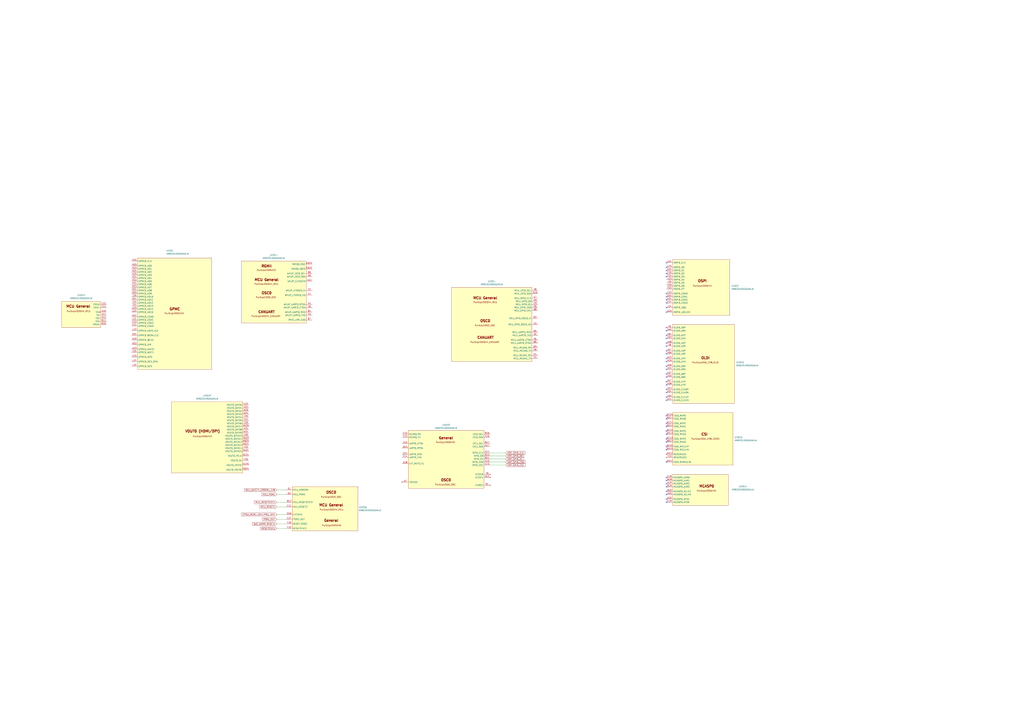
<source format=kicad_sch>
(kicad_sch (version 20250114) (generator "eeschema") (generator_version "9.0")
  (paper "A1")
  (lib_symbols
    (symbol "SoftServicesSymbolLibrary:AM6231ASGGGAALW"
      (property "Reference" "U" (at -3.302 72.644 0))
      (property "Value" "AM6231ASGGGAALW" (at -3.048 70.104 0))
      (symbol "AM6231ASGGGAALW_1_1"
        (rectangle (start -25.4 50.292) (end 30.48 -59.69) (fill (type background)))
        (text "Analog and Digital\nPower" (at 2.794 13.97 0) (effects (font (size 2.032 2.032) (thickness 0.4064) (bold yes))))
        (pin power_in line (at -30.48 46.99 0) (length 5.08) (name "VDD_CORE") (number "H8"))
        (pin power_in line (at -30.48 44.45 0) (length 5.08) (name "VDD_CORE") (number "J11"))
        (pin power_in line (at -30.48 41.91 0) (length 5.08) (name "VDD_CORE") (number "J14"))
        (pin power_in line (at -30.48 39.37 0) (length 5.08) (name "VDD_CORE") (number "K17"))
        (pin power_in line (at -30.48 36.83 0) (length 5.08) (name "VDD_CORE") (number "L12"))
        (pin power_in line (at -30.48 34.29 0) (length 5.08) (name "VDD_CORE") (number "L15"))
        (pin power_in line (at -30.48 31.75 0) (length 5.08) (name "VDD_CORE") (number "M16"))
        (pin power_in line (at -30.48 29.21 0) (length 5.08) (name "VDD_CORE") (number "N8"))
        (pin power_in line (at -30.48 26.67 0) (length 5.08) (name "VDD_CORE") (number "N11"))
        (pin power_in line (at -30.48 24.13 0) (length 5.08) (name "VDD_CORE") (number "N13"))
        (pin power_in line (at -30.48 21.59 0) (length 5.08) (name "VDD_CORE") (number "P17"))
        (pin power_in line (at -30.48 19.05 0) (length 5.08) (name "VDD_CORE") (number "R11"))
        (pin power_in line (at -30.48 16.51 0) (length 5.08) (name "VDD_CORE") (number "R14"))
        (pin power_in line (at -30.48 13.97 0) (length 5.08) (name "VDD_CORE") (number "U12"))
        (pin power_in line (at -30.48 11.43 0) (length 5.08) (name "VDD_CORE") (number "V8"))
        (pin power_in line (at -30.48 8.89 0) (length 5.08) (name "VDD_CORE") (number "V15"))
        (pin power_in line (at -30.48 6.35 0) (length 5.08) (name "VDD_CORE") (number "V17"))
        (pin power_in line (at -30.48 2.54 0) (length 5.08) (name "VDDR_CORE") (number "K16"))
        (pin power_in line (at -30.48 0 0) (length 5.08) (name "VDDR_CORE") (number "N12"))
        (pin power_in line (at -30.48 -2.54 0) (length 5.08) (name "VDDR_CORE") (number "N14"))
        (pin power_in line (at -30.48 -5.08 0) (length 5.08) (name "VDDR_CORE") (number "P16"))
        (pin power_in line (at -30.48 -7.62 0) (length 5.08) (name "VDDR_CORE") (number "R12"))
        (pin power_in line (at -30.48 -10.16 0) (length 5.08) (name "VDDR_CORE") (number "T10"))
        (pin power_in line (at -30.48 -12.7 0) (length 5.08) (name "VDDR_CORE") (number "U14"))
        (pin power_in line (at -30.48 -15.24 0) (length 5.08) (name "VDDR_CORE") (number "J12"))
        (pin power_in line (at -30.48 -19.05 0) (length 5.08) (name "VDDS_DDR") (number "K9"))
        (pin power_in line (at -30.48 -21.59 0) (length 5.08) (name "VDDS_DDR") (number "L8"))
        (pin power_in line (at -30.48 -24.13 0) (length 5.08) (name "VDDS_DDR") (number "P9"))
        (pin power_in line (at -30.48 -26.67 0) (length 5.08) (name "VDDS_DDR") (number "R8"))
        (pin power_in line (at -30.48 -30.48 0) (length 5.08) (name "VDDS_OSC0") (number "G7"))
        (pin power_in line (at -30.48 -34.29 0) (length 5.08) (name "VDDS_DDR_C") (number "M9"))
        (pin power_in line (at -30.48 -38.1 0) (length 5.08) (name "VDD_CANUART") (number "F8"))
        (pin power_in line (at -30.48 -41.91 0) (length 5.08) (name "VMON_1P8_SOC") (number "G10"))
        (pin power_in line (at -30.48 -45.72 0) (length 5.08) (name "VMON_3P3_SOC") (number "K10"))
        (pin power_in line (at -30.48 -49.53 0) (length 5.08) (name "VMON_ER_VSYS") (number "H10"))
        (pin power_in line (at -30.48 -53.34 0) (length 5.08) (name "VPP") (number "J8"))
        (pin power_in line (at -30.48 -57.15 0) (length 5.08) (name "TEMP_DIODE_P") (number "E7"))
        (pin power_in line (at 35.56 46.99 180) (length 5.08) (name "VDDSHV0") (number "F15"))
        (pin power_in line (at 35.56 44.45 180) (length 5.08) (name "VDDSHV0") (number "G14"))
        (pin power_in line (at 35.56 40.64 180) (length 5.08) (name "VDDSHV1") (number "L18"))
        (pin power_in line (at 35.56 38.1 180) (length 5.08) (name "VDDSHV1") (number "M19"))
        (pin power_in line (at 35.56 34.29 180) (length 5.08) (name "VDDSHV2") (number "W16"))
        (pin power_in line (at 35.56 31.75 180) (length 5.08) (name "VDDSHV2") (number "W19"))
        (pin power_in line (at 35.56 27.94 180) (length 5.08) (name "VDDSHV3") (number "N18"))
        (pin power_in line (at 35.56 25.4 180) (length 5.08) (name "VDDSHV3") (number "P18"))
        (pin power_in line (at 35.56 22.86 180) (length 5.08) (name "VDDSHV3") (number "T19"))
        (pin power_in line (at 35.56 20.32 180) (length 5.08) (name "VDDSHV3") (number "U18"))
        (pin power_in line (at 35.56 16.51 180) (length 5.08) (name "VDDSHV4") (number "T7"))
        (pin power_in line (at 35.56 12.7 180) (length 5.08) (name "VDDSHV5") (number "G17"))
        (pin power_in line (at 35.56 8.89 180) (length 5.08) (name "VDDSHV6") (number "J18"))
        (pin power_in line (at 35.56 5.08 180) (length 5.08) (name "VDDSHV_MCU") (number "F11"))
        (pin power_in line (at 35.56 2.54 180) (length 5.08) (name "VDDSHV_MCU") (number "G12"))
        (pin power_in line (at 35.56 -1.27 180) (length 5.08) (name "VDDSHV_CANUART") (number "H9"))
        (pin power_in line (at 35.56 -5.08 180) (length 5.08) (name "VDDA_TEMP0") (number "T9"))
        (pin power_in line (at 35.56 -7.62 180) (length 5.08) (name "VDDA_TEMP1") (number "G16"))
        (pin power_in line (at 35.56 -11.43 180) (length 5.08) (name "VDDA_PLL0") (number "U11"))
        (pin power_in line (at 35.56 -13.97 180) (length 5.08) (name "VDDA_PLL1") (number "U15"))
        (pin power_in line (at 35.56 -16.51 180) (length 5.08) (name "VDDA_PLL2") (number "L14"))
        (pin power_in line (at 35.56 -20.32 180) (length 5.08) (name "VDDA_MCU") (number "L11"))
        (pin power_in line (at 35.56 -24.13 180) (length 5.08) (name "VDDA_1P8_OLDI0") (number "W9"))
        (pin power_in line (at 35.56 -26.67 180) (length 5.08) (name "VDDA_1P8_OLDI0") (number "W10"))
        (pin power_in line (at 35.56 -30.48 180) (length 5.08) (name "VDDA_CORE_USB") (number "W12"))
        (pin power_in line (at 35.56 -34.29 180) (length 5.08) (name "VDDA_CORE_CSIRX0") (number "W13"))
        (pin power_in line (at 35.56 -38.1 180) (length 5.08) (name "VDDA_1P8_CSIRX0") (number "W14"))
        (pin power_in line (at 35.56 -41.91 180) (length 5.08) (name "VDDA_1P8_USB") (number "Y11"))
        (pin power_in line (at 35.56 -45.72 180) (length 5.08) (name "VDDA_3P3_USB") (number "Y13"))
      )
      (symbol "AM6231ASGGGAALW_2_1"
        (rectangle (start -19.05 13.97) (end 19.05 -15.24) (fill (type background)))
        (text "Power Caps" (at 4.064 3.302 0) (effects (font (size 2.032 2.032) (thickness 0.4064) (bold yes))))
        (pin power_in line (at -24.13 10.16 0) (length 5.08) (name "CAP_VDDS0") (number "H15"))
        (pin power_in line (at -24.13 7.62 0) (length 5.08) (name "CAP_VDDS1") (number "K18"))
        (pin power_in line (at -24.13 5.08 0) (length 5.08) (name "CAP_VDDS2") (number "W17"))
        (pin power_in line (at -24.13 2.54 0) (length 5.08) (name "CAP_VDDS3") (number "P19"))
        (pin power_in line (at -24.13 0 0) (length 5.08) (name "CAP_VDDS4") (number "U7"))
        (pin power_in line (at -24.13 -2.54 0) (length 5.08) (name "CAP_VDDS5") (number "H17"))
        (pin power_in line (at -24.13 -5.08 0) (length 5.08) (name "CAP_VDDS6") (number "J19"))
        (pin power_in line (at -24.13 -8.89 0) (length 5.08) (name "CAP_VDDS_MCU") (number "H11"))
        (pin power_in line (at -24.13 -12.7 0) (length 5.08) (name "CAP_VDDS_CANUART") (number "G9"))
      )
      (symbol "AM6231ASGGGAALW_3_1"
        (rectangle (start -24.13 40.64) (end 24.13 -40.64) (fill (type background)))
        (text "Ground" (at -0.254 0.254 0) (effects (font (size 2.032 2.032) (thickness 0.4064) (bold yes))))
        (pin power_in line (at -29.21 38.1 0) (length 5.08) (name "VSS") (number "A1"))
        (pin power_in line (at -29.21 35.56 0) (length 5.08) (name "VSS") (number "A24"))
        (pin power_in line (at -29.21 33.02 0) (length 5.08) (name "VSS") (number "A25"))
        (pin power_in line (at -29.21 30.48 0) (length 5.08) (name "VSS") (number "B25"))
        (pin power_in line (at -29.21 27.94 0) (length 5.08) (name "VSS") (number "F13"))
        (pin power_in line (at -29.21 25.4 0) (length 5.08) (name "VSS") (number "G13"))
        (pin power_in line (at -29.21 22.86 0) (length 5.08) (name "VSS") (number "G19"))
        (pin power_in line (at -29.21 20.32 0) (length 5.08) (name "VSS") (number "H13"))
        (pin power_in line (at -29.21 17.78 0) (length 5.08) (name "VSS") (number "H16"))
        (pin power_in line (at -29.21 15.24 0) (length 5.08) (name "VSS") (number "H18"))
        (pin power_in line (at -29.21 12.7 0) (length 5.08) (name "VSS") (number "H20"))
        (pin power_in line (at -29.21 10.16 0) (length 5.08) (name "VSS") (number "J7"))
        (pin power_in line (at -29.21 7.62 0) (length 5.08) (name "VSS") (number "J13"))
        (pin power_in line (at -29.21 5.08 0) (length 5.08) (name "VSS") (number "K7"))
        (pin power_in line (at -29.21 2.54 0) (length 5.08) (name "VSS") (number "K13"))
        (pin power_in line (at -29.21 0 0) (length 5.08) (name "VSS") (number "K15"))
        (pin power_in line (at -29.21 -2.54 0) (length 5.08) (name "VSS") (number "K19"))
        (pin power_in line (at -29.21 -5.08 0) (length 5.08) (name "VSS") (number "L20"))
        (pin power_in line (at -29.21 -7.62 0) (length 5.08) (name "VSS") (number "M7"))
        (pin power_in line (at -29.21 -10.16 0) (length 5.08) (name "VSS") (number "M8"))
        (pin power_in line (at -29.21 -12.7 0) (length 5.08) (name "VSS") (number "M10"))
        (pin power_in line (at -29.21 -15.24 0) (length 5.08) (name "VSS") (number "M12"))
        (pin power_in line (at -29.21 -17.78 0) (length 5.08) (name "VSS") (number "M13"))
        (pin power_in line (at -29.21 -20.32 0) (length 5.08) (name "VSS") (number "M17"))
        (pin power_in line (at -29.21 -22.86 0) (length 5.08) (name "VSS") (number "M18"))
        (pin power_in line (at -29.21 -25.4 0) (length 5.08) (name "VSS") (number "N15"))
        (pin power_in line (at -29.21 -27.94 0) (length 5.08) (name "VSS") (number "P7"))
        (pin power_in line (at -29.21 -30.48 0) (length 5.08) (name "VSS") (number "P10"))
        (pin power_in line (at -29.21 -33.02 0) (length 5.08) (name "VSS") (number "P13"))
        (pin power_in line (at -29.21 -35.56 0) (length 5.08) (name "VSS") (number "R13"))
        (pin power_in line (at -29.21 -38.1 0) (length 5.08) (name "VSS") (number "R15"))
        (pin power_in line (at 29.21 38.1 180) (length 5.08) (name "VSS") (number "R18"))
        (pin power_in line (at 29.21 35.56 180) (length 5.08) (name "VSS") (number "R20"))
        (pin power_in line (at 29.21 33.02 180) (length 5.08) (name "VSS") (number "T8"))
        (pin power_in line (at 29.21 30.48 180) (length 5.08) (name "VSS") (number "T13"))
        (pin power_in line (at 29.21 27.94 180) (length 5.08) (name "VSS") (number "T14"))
        (pin power_in line (at 29.21 25.4 180) (length 5.08) (name "VSS") (number "T16"))
        (pin power_in line (at 29.21 22.86 180) (length 5.08) (name "VSS") (number "T17"))
        (pin power_in line (at 29.21 20.32 180) (length 5.08) (name "VSS") (number "T18"))
        (pin power_in line (at 29.21 17.78 180) (length 5.08) (name "VSS") (number "U8"))
        (pin power_in line (at 29.21 15.24 180) (length 5.08) (name "VSS") (number "U19"))
        (pin power_in line (at 29.21 12.7 180) (length 5.08) (name "VSS") (number "V9"))
        (pin power_in line (at 29.21 10.16 180) (length 5.08) (name "VSS") (number "V10"))
        (pin power_in line (at 29.21 7.62 180) (length 5.08) (name "VSS") (number "V11"))
        (pin power_in line (at 29.21 5.08 180) (length 5.08) (name "VSS") (number "V13"))
        (pin power_in line (at 29.21 2.54 180) (length 5.08) (name "VSS") (number "V16"))
        (pin power_in line (at 29.21 0 180) (length 5.08) (name "VSS") (number "V18"))
        (pin power_in line (at 29.21 -2.54 180) (length 5.08) (name "VSS") (number "W7"))
        (pin power_in line (at 29.21 -5.08 180) (length 5.08) (name "VSS") (number "Y2"))
        (pin power_in line (at 29.21 -7.62 180) (length 5.08) (name "VSS") (number "AA11"))
        (pin power_in line (at 29.21 -10.16 180) (length 5.08) (name "VSS") (number "AB9"))
        (pin power_in line (at 29.21 -12.7 180) (length 5.08) (name "VSS") (number "AD1"))
        (pin power_in line (at 29.21 -15.24 180) (length 5.08) (name "VSS") (number "AD9"))
        (pin power_in line (at 29.21 -17.78 180) (length 5.08) (name "VSS") (number "AD12"))
        (pin power_in line (at 29.21 -20.32 180) (length 5.08) (name "VSS") (number "AD16"))
        (pin power_in line (at 29.21 -22.86 180) (length 5.08) (name "VSS") (number "AD25"))
        (pin power_in line (at 29.21 -25.4 180) (length 5.08) (name "VSS") (number "AE1"))
        (pin power_in line (at 29.21 -27.94 180) (length 5.08) (name "VSS") (number "AE8"))
        (pin power_in line (at 29.21 -30.48 180) (length 5.08) (name "VSS") (number "AE12"))
        (pin power_in line (at 29.21 -33.02 180) (length 5.08) (name "VSS") (number "AE16"))
        (pin power_in line (at 29.21 -35.56 180) (length 5.08) (name "VSS") (number "AE24"))
        (pin power_in line (at 29.21 -38.1 180) (length 5.08) (name "VSS") (number "AE25"))
      )
      (symbol "AM6231ASGGGAALW_4_1"
        (rectangle (start -36.83 58.42) (end 36.83 -59.69) (fill (type background)))
        (text "PwrGrp:VDDS_DDR,\n	   VDDS_DDR_C" (at -10.16 -0.254 0) (effects (font (size 1.27 1.27)) (justify left)))
        (text "DDR Interface" (at -0.762 5.334 0) (effects (font (size 2.032 2.032) (thickness 0.4064) (bold yes))))
        (pin bidirectional line (at -41.91 55.88 0) (length 5.08) (name "DDR0_DQ0") (number "F4"))
        (pin bidirectional line (at -41.91 53.34 0) (length 5.08) (name "DDR0_DQ1") (number "G5"))
        (pin bidirectional line (at -41.91 50.8 0) (length 5.08) (name "DDR0_DQ2") (number "F3"))
        (pin bidirectional line (at -41.91 48.26 0) (length 5.08) (name "DDR0_DQ3") (number "H6"))
        (pin bidirectional line (at -41.91 45.72 0) (length 5.08) (name "DDR0_DQ4") (number "E3"))
        (pin bidirectional line (at -41.91 43.18 0) (length 5.08) (name "DDR0_DQ5") (number "G2"))
        (pin bidirectional line (at -41.91 40.64 0) (length 5.08) (name "DDR0_DQ6") (number "F2"))
        (pin bidirectional line (at -41.91 38.1 0) (length 5.08) (name "DDR0_DQ7") (number "F1"))
        (pin bidirectional line (at -41.91 35.56 0) (length 5.08) (name "DDR0_DQ8") (number "U1"))
        (pin bidirectional line (at -41.91 33.02 0) (length 5.08) (name "DDR0_DQ9") (number "U3"))
        (pin bidirectional line (at -41.91 30.48 0) (length 5.08) (name "DDR0_DQ10") (number "U2"))
        (pin bidirectional line (at -41.91 27.94 0) (length 5.08) (name "DDR0_DQ11") (number "V5"))
        (pin bidirectional line (at -41.91 25.4 0) (length 5.08) (name "DDR0_DQ12") (number "W2"))
        (pin bidirectional line (at -41.91 22.86 0) (length 5.08) (name "DDR0_DQ13") (number "V6"))
        (pin bidirectional line (at -41.91 20.32 0) (length 5.08) (name "DDR0_DQ14") (number "Y1"))
        (pin bidirectional line (at -41.91 17.78 0) (length 5.08) (name "DDR0_DQ15") (number "W1"))
        (pin input line (at -41.91 13.97 0) (length 5.08) (name "DDR0_BA0") (number "M1"))
        (pin input line (at -41.91 11.43 0) (length 5.08) (name "DDR0_BA1") (number "N1"))
        (pin input line (at -41.91 7.62 0) (length 5.08) (name "DDR0_BG0") (number "T4"))
        (pin input line (at -41.91 5.08 0) (length 5.08) (name "DDR0_BG1") (number "N2"))
        (pin passive line (at -41.91 1.27 0) (length 5.08) (name "DDR0_ATB0") (number "T2"))
        (pin passive line (at -41.91 -1.27 0) (length 5.08) (name "DDR0_ATB1") (number "U4"))
        (pin input line (at -41.91 -5.08 0) (length 5.08) (name "DDR0_CK0") (number "L1"))
        (pin input line (at -41.91 -7.62 0) (length 5.08) (name "DDR0_CK0_N") (number "L2"))
        (pin input line (at -41.91 -11.43 0) (length 5.08) (name "DDR0_CKE0") (number "H2"))
        (pin input line (at -41.91 -13.97 0) (length 5.08) (name "DDR0_CKE1") (number "J4"))
        (pin input line (at -41.91 -17.78 0) (length 5.08) (name "DDR0_CS0_N") (number "L6"))
        (pin input line (at -41.91 -20.32 0) (length 5.08) (name "DDR0_CS1_N") (number "K2"))
        (pin input line (at -41.91 -24.13 0) (length 5.08) (name "DDR0_ODT0") (number "H1"))
        (pin input line (at -41.91 -26.67 0) (length 5.08) (name "DDR0_ODT1") (number "J3"))
        (pin input line (at -41.91 -30.48 0) (length 5.08) (name "DDR0_ACT_N") (number "N6"))
        (pin open_collector line (at -41.91 -34.29 0) (length 5.08) (name "DDR0_ALERT_N") (number "R3"))
        (pin input line (at -41.91 -38.1 0) (length 5.08) (name "DDR0_CAL0") (number "M2"))
        (pin input line (at -41.91 -41.91 0) (length 5.08) (name "DDR0_CAS_N") (number "M4"))
        (pin input line (at -41.91 -45.72 0) (length 5.08) (name "DDR0_PAR") (number "T1"))
        (pin input line (at -41.91 -49.53 0) (length 5.08) (name "DDR0_RAS_N") (number "M5"))
        (pin input line (at -41.91 -53.34 0) (length 5.08) (name "DDR0_RESET0_N") (number "G1"))
        (pin input line (at -41.91 -57.15 0) (length 5.08) (name "DDR0_WE_N") (number "N3"))
        (pin input line (at 41.91 55.88 180) (length 5.08) (name "DDR0_DM0") (number "H5"))
        (pin input line (at 41.91 53.34 180) (length 5.08) (name "DDR0_DM1") (number "W5"))
        (pin input line (at 41.91 49.53 180) (length 5.08) (name "DDR0_A0") (number "J1"))
        (pin input line (at 41.91 46.99 180) (length 5.08) (name "DDR0_A1") (number "J2"))
        (pin input line (at 41.91 44.45 180) (length 5.08) (name "DDR0_A2") (number "K3"))
        (pin input line (at 41.91 41.91 180) (length 5.08) (name "DDR0_A3") (number "L5"))
        (pin input line (at 41.91 39.37 180) (length 5.08) (name "DDR0_A4") (number "K4"))
        (pin input line (at 41.91 36.83 180) (length 5.08) (name "DDR0_A5") (number "K1"))
        (pin input line (at 41.91 34.29 180) (length 5.08) (name "DDR0_A6") (number "R2"))
        (pin input line (at 41.91 31.75 180) (length 5.08) (name "DDR0_A7") (number "P2"))
        (pin input line (at 41.91 29.21 180) (length 5.08) (name "DDR0_A8") (number "P1"))
        (pin input line (at 41.91 26.67 180) (length 5.08) (name "DDR0_A9") (number "P4"))
        (pin input line (at 41.91 24.13 180) (length 5.08) (name "DDR0_A10") (number "R5"))
        (pin input line (at 41.91 21.59 180) (length 5.08) (name "DDR0_A11") (number "P5"))
        (pin input line (at 41.91 19.05 180) (length 5.08) (name "DDR0_A12") (number "R6"))
        (pin input line (at 41.91 16.51 180) (length 5.08) (name "DDR0_A13") (number "R1"))
        (pin bidirectional line (at 41.91 11.43 180) (length 5.08) (name "DDR0_DQS0") (number "E1"))
        (pin bidirectional line (at 41.91 8.89 180) (length 5.08) (name "DDR0_DQS0_N") (number "E2"))
        (pin bidirectional line (at 41.91 5.08 180) (length 5.08) (name "DDR0_DQS1") (number "V1"))
        (pin bidirectional line (at 41.91 2.54 180) (length 5.08) (name "DDR0_DQS1_N") (number "V2"))
      )
      (symbol "AM6231ASGGGAALW_5_1"
        (rectangle (start -27.94 43.18) (end 27.94 -44.45) (fill (type background)))
        (text "MMC0" (at -4.572 36.068 0) (effects (font (size 2.032 2.032) (thickness 0.4064) (bold yes))))
        (text "PwrGrp:VDDSHV4" (at -4.572 32.512 0) (effects (font (size 1.27 1.27))))
        (text "PwrGrp:VDDSHV5" (at -4.572 3.81 0) (effects (font (size 1.27 1.27))))
        (text "MMC1" (at -4.064 7.874 0) (effects (font (size 2.032 2.032) (thickness 0.4064) (bold yes))))
        (text "PwrGrp:VDDSHV0" (at -4.064 -15.494 0) (effects (font (size 1.27 1.27))))
        (text "General" (at -3.81 -11.684 0) (effects (font (size 2.032 2.032) (thickness 0.4064) (bold yes))))
        (text "MMC2" (at -3.556 -26.416 0) (effects (font (size 2.032 2.032) (thickness 0.4064) (bold yes))))
        (text "PwrGrp:VDDSHV6" (at -3.302 -30.226 0) (effects (font (size 1.27 1.27))))
        (pin output line (at 33.02 40.64 180) (length 5.08) (name "MMC0_CLK") (number "AB1"))
        (pin bidirectional line (at 33.02 36.83 180) (length 5.08) (name "MMC0_DAT0") (number "AA2"))
        (pin bidirectional line (at 33.02 34.29 180) (length 5.08) (name "MMC0_DAT1") (number "AA1"))
        (pin bidirectional line (at 33.02 31.75 180) (length 5.08) (name "MMC0_DAT2") (number "AA3"))
        (pin bidirectional line (at 33.02 29.21 180) (length 5.08) (name "MMC0_DAT3") (number "Y4"))
        (pin bidirectional line (at 33.02 26.67 180) (length 5.08) (name "MMC0_DAT4") (number "AB2"))
        (pin bidirectional line (at 33.02 24.13 180) (length 5.08) (name "MMC0_DAT5") (number "AC1"))
        (pin bidirectional line (at 33.02 21.59 180) (length 5.08) (name "MMC0_DAT6") (number "AD2"))
        (pin bidirectional line (at 33.02 19.05 180) (length 5.08) (name "MMC0_DAT7") (number "AC2"))
        (pin bidirectional line (at 33.02 15.24 180) (length 5.08) (name "MMC0_CMD") (number "Y3"))
        (pin output line (at 33.02 10.16 180) (length 5.08) (name "MMC1_CLK") (number "B22"))
        (pin bidirectional line (at 33.02 6.35 180) (length 5.08) (name "MMC1_DAT0") (number "A22"))
        (pin bidirectional line (at 33.02 3.81 180) (length 5.08) (name "MMC1_DAT1") (number "B21"))
        (pin bidirectional line (at 33.02 1.27 180) (length 5.08) (name "MMC1_DAT2") (number "C21"))
        (pin bidirectional line (at 33.02 -1.27 180) (length 5.08) (name "MMC1_DAT3") (number "D22"))
        (pin bidirectional line (at 33.02 -5.08 180) (length 5.08) (name "MMC1_CMD") (number "A21"))
        (pin input line (at 33.02 -10.16 180) (length 5.08) (name "MMC1_SDCD") (number "D17"))
        (pin input line (at 33.02 -13.97 180) (length 5.08) (name "MMC1_SDWP") (number "C17"))
        (pin output line (at 33.02 -19.05 180) (length 5.08) (name "MMC2_CLK") (number "D25"))
        (pin bidirectional line (at 33.02 -22.86 180) (length 5.08) (name "MMC2_DAT0") (number "B24"))
        (pin bidirectional line (at 33.02 -25.4 180) (length 5.08) (name "MMC2_DAT1") (number "C25"))
        (pin bidirectional line (at 33.02 -27.94 180) (length 5.08) (name "MMC2_DAT2") (number "E23"))
        (pin bidirectional line (at 33.02 -30.48 180) (length 5.08) (name "MMC2_DAT3") (number "D24"))
        (pin bidirectional line (at 33.02 -34.29 180) (length 5.08) (name "MMC2_CMD") (number "C24"))
        (pin input line (at 33.02 -38.1 180) (length 5.08) (name "MMC2_SDCD") (number "A23"))
        (pin input line (at 33.02 -41.91 180) (length 5.08) (name "MMC2_SDWP") (number "B23"))
      )
      (symbol "AM6231ASGGGAALW_6_1"
        (rectangle (start -24.13 22.86) (end 22.86 -22.86) (fill (type background)))
        (text "OSPI" (at 0.254 5.334 0) (effects (font (size 2.032 2.032) (thickness 0.4064) (bold yes))))
        (text "PwrGrp:VDDSHV1" (at 0.254 1.27 0) (effects (font (size 1.27 1.27))))
        (pin output line (at -29.21 20.32 0) (length 5.08) (name "OSPI0_CLK") (number "H24"))
        (pin bidirectional line (at -29.21 16.51 0) (length 5.08) (name "OSPI0_D0") (number "E25"))
        (pin bidirectional line (at -29.21 13.97 0) (length 5.08) (name "OSPI0_D1") (number "G24"))
        (pin bidirectional line (at -29.21 11.43 0) (length 5.08) (name "OSPI0_D2") (number "F25"))
        (pin bidirectional line (at -29.21 8.89 0) (length 5.08) (name "OSPI0_D3") (number "F24"))
        (pin bidirectional line (at -29.21 6.35 0) (length 5.08) (name "OSPI0_D4") (number "J23"))
        (pin bidirectional line (at -29.21 3.81 0) (length 5.08) (name "OSPI0_D5") (number "J25"))
        (pin bidirectional line (at -29.21 1.27 0) (length 5.08) (name "OSPI0_D6") (number "H25"))
        (pin bidirectional line (at -29.21 -1.27 0) (length 5.08) (name "OSPI0_D7") (number "H22"))
        (pin output line (at -29.21 -5.08 0) (length 5.08) (name "OSPI0_CSN0") (number "F23"))
        (pin output line (at -29.21 -7.62 0) (length 5.08) (name "OSPI0_CSN1") (number "G21"))
        (pin output line (at -29.21 -10.16 0) (length 5.08) (name "OSPI0_CSN2") (number "H21"))
        (pin output line (at -29.21 -12.7 0) (length 5.08) (name "OSPI0_CSN3") (number "E24"))
        (pin input line (at -29.21 -16.51 0) (length 5.08) (name "OSPI0_DQS") (number "J24"))
        (pin output line (at -29.21 -20.32 0) (length 5.08) (name "OSPI0_LBCLKO") (number "G25"))
      )
      (symbol "AM6231ASGGGAALW_7_1"
        (rectangle (start -25.4 38.1) (end 26.67 -40.64) (fill (type background)))
        (text "PwrGrp:VDDSHV2" (at -2.286 -12.954 0) (effects (font (size 1.27 1.27))))
        (text "PwrGrp:VDDSHV2" (at -2.032 23.368 0) (effects (font (size 1.27 1.27))))
        (text "RGMII1" (at -1.778 27.178 0) (effects (font (size 2.032 2.032) (thickness 0.4064) (bold yes))))
        (text "RGMII1" (at -1.778 -8.89 0) (effects (font (size 2.032 2.032) (thickness 0.4064) (bold yes))))
        (pin input line (at 31.75 35.56 180) (length 5.08) (name "RGMII1_RD0") (number "AB17"))
        (pin input line (at 31.75 33.02 180) (length 5.08) (name "RGMII1_RD1") (number "AC17"))
        (pin input line (at 31.75 30.48 180) (length 5.08) (name "RGMII1_RD2") (number "AB16"))
        (pin input line (at 31.75 27.94 180) (length 5.08) (name "RGMII1_RD3") (number "AA15"))
        (pin input line (at 31.75 24.13 180) (length 5.08) (name "RGMII1_RXC") (number "AD17"))
        (pin input line (at 31.75 20.32 180) (length 5.08) (name "RGMII1_RX_CTL") (number "AE17"))
        (pin output line (at 31.75 16.51 180) (length 5.08) (name "RGMII1_TD0") (number "AE20"))
        (pin output line (at 31.75 13.97 180) (length 5.08) (name "RGMII1_TD1") (number "AD20"))
        (pin output line (at 31.75 11.43 180) (length 5.08) (name "RGMII1_TD2") (number "AE18"))
        (pin output line (at 31.75 8.89 180) (length 5.08) (name "RGMII1_TD3") (number "AD18"))
        (pin output line (at 31.75 5.08 180) (length 5.08) (name "RGMII1_TXC") (number "AE19"))
        (pin output line (at 31.75 1.27 180) (length 5.08) (name "RGMII1_TX_CTL") (number "AD19"))
        (pin input line (at 31.75 -3.81 180) (length 5.08) (name "RGMII2_RD0") (number "AE23"))
        (pin input line (at 31.75 -6.35 180) (length 5.08) (name "RGMII2_RD1") (number "AB20"))
        (pin input line (at 31.75 -8.89 180) (length 5.08) (name "RGMII2_RD2") (number "AC21"))
        (pin input line (at 31.75 -11.43 180) (length 5.08) (name "RGMII2_RD3") (number "AE22"))
        (pin input line (at 31.75 -15.24 180) (length 5.08) (name "RGMII2_RXC") (number "AD23"))
        (pin input line (at 31.75 -19.05 180) (length 5.08) (name "RGMII2_RX_CTL") (number "AD22"))
        (pin output line (at 31.75 -22.86 180) (length 5.08) (name "RGMII2_TD0") (number "Y18"))
        (pin output line (at 31.75 -25.4 180) (length 5.08) (name "RGMII2_TD1") (number "AA18"))
        (pin output line (at 31.75 -27.94 180) (length 5.08) (name "RGMII2_TD2") (number "AD21"))
        (pin output line (at 31.75 -30.48 180) (length 5.08) (name "RGMII2_TD3") (number "AC20"))
        (pin output line (at 31.75 -34.29 180) (length 5.08) (name "RGMII2_TXC") (number "AE21"))
        (pin output line (at 31.75 -38.1 180) (length 5.08) (name "RGMII2_TX_CTL") (number "AA19"))
      )
      (symbol "AM6231ASGGGAALW_8_1"
        (rectangle (start -15.24 10.16) (end 16.51 -11.43) (fill (type background)))
        (text "MCU General" (at -1.778 6.096 0) (effects (font (size 2.032 2.032) (thickness 0.4064) (bold yes))))
        (text "PwrGrp:VDDSHV_MCU" (at -1.524 2.032 0) (effects (font (size 1.27 1.27))))
        (pin bidirectional line (at 21.59 7.62 180) (length 5.08) (name "EMU0") (number "E12"))
        (pin bidirectional line (at 21.59 5.08 180) (length 5.08) (name "EMU1") (number "C11"))
        (pin input clock (at 21.59 1.27 180) (length 5.08) (name "TCK") (number "A10"))
        (pin input line (at 21.59 -1.27 180) (length 5.08) (name "TDI") (number "A11"))
        (pin output line (at 21.59 -3.81 180) (length 5.08) (name "TDO") (number "D12"))
        (pin input line (at 21.59 -6.35 180) (length 5.08) (name "TMS") (number "B11"))
        (pin input line (at 21.59 -8.89 180) (length 5.08) (name "TRSTN") (number "B10"))
      )
      (symbol "AM6231ASGGGAALW_9_1"
        (rectangle (start -30.48 45.72) (end 30.48 -45.72) (fill (type background)))
        (text "PwrGrp:VDDSHV3" (at -0.508 0.254 0) (effects (font (size 1.27 1.27))))
        (text "GPMC" (at 0 3.81 0) (effects (font (size 2.032 2.032) (thickness 0.4064) (bold yes))))
        (pin output line (at -35.56 43.18 0) (length 5.08) (name "GPMC0_CLK") (number "P25"))
        (pin bidirectional line (at -35.56 39.37 0) (length 5.08) (name "GPMC0_AD0") (number "M25"))
        (pin bidirectional line (at -35.56 36.83 0) (length 5.08) (name "GPMC0_AD1") (number "N23"))
        (pin bidirectional line (at -35.56 34.29 0) (length 5.08) (name "GPMC0_AD2") (number "N24"))
        (pin bidirectional line (at -35.56 31.75 0) (length 5.08) (name "GPMC0_AD3") (number "N25"))
        (pin bidirectional line (at -35.56 29.21 0) (length 5.08) (name "GPMC0_AD4") (number "P24"))
        (pin bidirectional line (at -35.56 26.67 0) (length 5.08) (name "GPMC0_AD5") (number "P22"))
        (pin bidirectional line (at -35.56 24.13 0) (length 5.08) (name "GPMC0_AD6") (number "P21"))
        (pin bidirectional line (at -35.56 21.59 0) (length 5.08) (name "GPMC0_AD7") (number "R23"))
        (pin bidirectional line (at -35.56 19.05 0) (length 5.08) (name "GPMC0_AD8") (number "R24"))
        (pin bidirectional line (at -35.56 16.51 0) (length 5.08) (name "GPMC0_AD9") (number "R25"))
        (pin bidirectional line (at -35.56 13.97 0) (length 5.08) (name "GPMC0_AD10") (number "T25"))
        (pin bidirectional line (at -35.56 11.43 0) (length 5.08) (name "GPMC0_AD11") (number "R21"))
        (pin bidirectional line (at -35.56 8.89 0) (length 5.08) (name "GPMC0_AD12") (number "T22"))
        (pin bidirectional line (at -35.56 6.35 0) (length 5.08) (name "GPMC0_AD13") (number "T24"))
        (pin bidirectional line (at -35.56 3.81 0) (length 5.08) (name "GPMC0_AD14") (number "U25"))
        (pin bidirectional line (at -35.56 1.27 0) (length 5.08) (name "GPMC0_AD15") (number "U24"))
        (pin output line (at -35.56 -2.54 0) (length 5.08) (name "GPMC0_CSN0") (number "M21"))
        (pin output line (at -35.56 -5.08 0) (length 5.08) (name "GPMC0_CSN1") (number "L21"))
        (pin output line (at -35.56 -7.62 0) (length 5.08) (name "GPMC0_CSN2") (number "K22"))
        (pin output line (at -35.56 -10.16 0) (length 5.08) (name "GPMC0_CSN3") (number "K24"))
        (pin output line (at -35.56 -13.97 0) (length 5.08) (name "GPMC0_ADVN_ALE") (number "L23"))
        (pin output line (at -35.56 -17.78 0) (length 5.08) (name "GPMC0_BE0N_CLE") (number "M24"))
        (pin output line (at -35.56 -21.59 0) (length 5.08) (name "GPMC0_BE1N") (number "N20"))
        (pin output line (at -35.56 -25.4 0) (length 5.08) (name "GPMC0_DIR") (number "M22"))
        (pin input line (at -35.56 -29.21 0) (length 5.08) (name "GPMC0_WAIT0") (number "U23"))
        (pin input line (at -35.56 -31.75 0) (length 5.08) (name "GPMC0_WAIT1") (number "V25"))
        (pin output line (at -35.56 -35.56 0) (length 5.08) (name "GPMC0_WPN") (number "K25"))
        (pin output line (at -35.56 -39.37 0) (length 5.08) (name "GPMC0_OEN_REN") (number "L24"))
        (pin output line (at -35.56 -43.18 0) (length 5.08) (name "GPMC0_WEN") (number "L25"))
      )
      (symbol "AM6231ASGGGAALW_10_1"
        (rectangle (start -26.67 25.4) (end 26.67 -25.4) (fill (type background)))
        (text "PwrGrp:VDDS_OSC" (at -6.35 -4.318 0) (effects (font (size 1.27 1.27))))
        (text "PwrGrp:VDDSHV_CANUART" (at -6.35 -19.812 0) (effects (font (size 1.27 1.27))))
        (text "PwrGrp:VDDSHV2" (at -6.096 18.034 0) (effects (font (size 1.27 1.27))))
        (text "PwrGrp:VDDSHV_MCU" (at -6.096 6.604 0) (effects (font (size 1.27 1.27))))
        (text "RGMII" (at -5.842 21.336 0) (effects (font (size 2.032 2.032) (thickness 0.4064) (bold yes))))
        (text "MCU General" (at -5.842 10.16 0) (effects (font (size 2.032 2.032) (thickness 0.4064) (bold yes))))
        (text "OSC0" (at -5.842 -0.762 0) (effects (font (size 2.032 2.032) (thickness 0.4064) (bold yes))))
        (text "CANUART" (at -5.842 -16.256 0) (effects (font (size 2.032 2.032) (thickness 0.4064) (bold yes))))
        (pin output line (at 31.75 22.86 180) (length 5.08) (name "MDIO0_MDC") (number "AD24"))
        (pin bidirectional line (at 31.75 19.05 180) (length 5.08) (name "MDIO0_MDIO") (number "AB22"))
        (pin bidirectional line (at 31.75 15.24 180) (length 5.08) (name "WKUP_I2C0_SCL") (number "B9"))
        (pin bidirectional line (at 31.75 12.7 180) (length 5.08) (name "WKUP_I2C0_SDA") (number "A9"))
        (pin output line (at 31.75 8.89 180) (length 5.08) (name "WKUP_CLKOUT0") (number "A12"))
        (pin input line (at 31.75 1.27 180) (length 5.08) (name "WKUP_LFOSC0_XI") (number "C2"))
        (pin output line (at 31.75 -2.54 180) (length 5.08) (name "WKUP_LFOSC0_XO") (number "C1"))
        (pin output line (at 31.75 -10.16 180) (length 5.08) (name "WKUP_UART0_RTSN") (number "A4"))
        (pin input line (at 31.75 -12.7 180) (length 5.08) (name "WKUP_UART0_CTSN") (number "C6"))
        (pin input line (at 31.75 -16.51 180) (length 5.08) (name "WKUP_UART0_RXD") (number "B4"))
        (pin output line (at 31.75 -19.05 180) (length 5.08) (name "WKUP_UART0_TXD") (number "C5"))
        (pin passive line (at 31.75 -22.86 180) (length 5.08) (name "PMIC_LPM_EN0") (number "B7"))
      )
      (symbol "AM6231ASGGGAALW_11_1"
        (rectangle (start -22.86 12.7) (end 22.86 -12.7) (fill (type background)))
        (text "MCASP0" (at -5.08 3.048 0) (effects (font (size 2.032 2.032) (thickness 0.4064) (bold yes))))
        (text "PwrGrp:VDDSHV0" (at -4.826 -0.762 0) (effects (font (size 1.27 1.27))))
        (pin output line (at 27.94 10.16 180) (length 5.08) (name "MCASP0_AXR0") (number "E18"))
        (pin output line (at 27.94 7.62 180) (length 5.08) (name "MCASP0_AXR1") (number "B18"))
        (pin input line (at 27.94 5.08 180) (length 5.08) (name "MCASP0_AXR2") (number "A19"))
        (pin input line (at 27.94 2.54 180) (length 5.08) (name "MCASP0_AXR3") (number "B19"))
        (pin output line (at 27.94 -1.27 180) (length 5.08) (name "MCASP0_ACLKX") (number "B20"))
        (pin bidirectional line (at 27.94 -3.81 180) (length 5.08) (name "MCASP0_ACLKR") (number "A20"))
        (pin output line (at 27.94 -7.62 180) (length 5.08) (name "MCASP0_AFSX") (number "D20"))
        (pin bidirectional line (at 27.94 -10.16 180) (length 5.08) (name "MCASP0_AFSR") (number "E19"))
      )
      (symbol "AM6231ASGGGAALW_12_1"
        (rectangle (start -33.02 27.94) (end 33.02 -33.02) (fill (type background)))
        (text "PwrGrp:VDDS_OSC" (at -5.588 -3.302 0) (effects (font (size 1.27 1.27))))
        (text "PwrGrp:VDDSHV_CANUART" (at -5.588 -17.018 0) (effects (font (size 1.27 1.27))))
        (text "MCU General" (at -5.334 19.304 0) (effects (font (size 2.032 2.032) (thickness 0.4064) (bold yes))))
        (text "PwrGrp:VDDSHV_MCU" (at -5.334 15.748 0) (effects (font (size 1.27 1.27))))
        (text "OSC0" (at -5.334 0.508 0) (effects (font (size 2.032 2.032) (thickness 0.4064) (bold yes))))
        (text "CANUART" (at -5.08 -13.208 0) (effects (font (size 2.032 2.032) (thickness 0.4064) (bold yes))))
        (pin bidirectional line (at 38.1 25.4 180) (length 5.08) (name "MCU_I2C0_SCL") (number "A8"))
        (pin bidirectional line (at 38.1 22.86 180) (length 5.08) (name "MCU_I2C0_SDA") (number "D10"))
        (pin output line (at 38.1 19.05 180) (length 5.08) (name "MCU_SPI0_CLK") (number "A7"))
        (pin bidirectional line (at 38.1 16.51 180) (length 5.08) (name "MCU_SPI0_D0") (number "D9"))
        (pin bidirectional line (at 38.1 13.97 180) (length 5.08) (name "MCU_SPI0_D1") (number "C9"))
        (pin output line (at 38.1 11.43 180) (length 5.08) (name "MCU_SPI0_CS0") (number "E8"))
        (pin output line (at 38.1 8.89 180) (length 5.08) (name "MCU_SPI0_CS1") (number "B8"))
        (pin input line (at 38.1 2.54 180) (length 5.08) (name "MCU_SPI0_OSC0_XI") (number "B2"))
        (pin output line (at 38.1 -2.54 180) (length 5.08) (name "MCU_SPI0_OSC0_XO") (number "A3"))
        (pin input line (at 38.1 -8.89 180) (length 5.08) (name "MCU_UART0_RXD") (number "B5"))
        (pin output line (at 38.1 -11.43 180) (length 5.08) (name "MCU_UART0_TXD") (number "A5"))
        (pin input line (at 38.1 -15.24 180) (length 5.08) (name "MCU_UART0_CTSN") (number "A6"))
        (pin output line (at 38.1 -17.78 180) (length 5.08) (name "MCU_UART0_RTSN") (number "B6"))
        (pin input line (at 38.1 -21.59 180) (length 5.08) (name "MCU_MCAN0_RX") (number "B3"))
        (pin output line (at 38.1 -24.13 180) (length 5.08) (name "MCU_MCAN0_TX") (number "D6"))
        (pin input line (at 38.1 -27.94 180) (length 5.08) (name "MCU_MCAN1_RX") (number "D4"))
        (pin output line (at 38.1 -30.48 180) (length 5.08) (name "MCU_MCAN1_TX") (number "E5"))
      )
      (symbol "AM6231ASGGGAALW_13_1"
        (rectangle (start -24.13 21.59) (end 22.86 -19.05) (fill (type background)))
        (text "PwrGrp:VDDA_1P8_USB\n	   VDDA_3V3_USB" (at -8.128 12.7 0) (effects (font (size 1.27 1.27))))
        (text "PwrGrp:VDDA_1P8_USB\n	   VDDA_3V3_USB" (at -7.874 -3.302 0) (effects (font (size 1.27 1.27))))
        (text "PwrGrp:VDDSHV0" (at -7.874 -16.002 0) (effects (font (size 1.27 1.27))))
        (text "USB0" (at -7.62 17.272 0) (effects (font (size 2.032 2.032) (thickness 0.4064) (bold yes))))
        (text "USB1" (at -7.62 1.524 0) (effects (font (size 2.032 2.032) (thickness 0.4064) (bold yes))))
        (text "General" (at -7.62 -12.7 0) (effects (font (size 2.032 2.032) (thickness 0.4064) (bold yes))))
        (pin bidirectional line (at 27.94 19.05 180) (length 5.08) (name "USB0_DP") (number "AD11"))
        (pin bidirectional line (at 27.94 16.51 180) (length 5.08) (name "USB0_DM") (number "AE11"))
        (pin passive line (at 27.94 12.7 180) (length 5.08) (name "USB0_RCALIB") (number "AE10"))
        (pin power_in line (at 27.94 8.89 180) (length 5.08) (name "USB0_VBUS") (number "AC11"))
        (pin bidirectional line (at 27.94 2.54 180) (length 5.08) (name "USB1_DP") (number "AE9"))
        (pin bidirectional line (at 27.94 0 180) (length 5.08) (name "USB1_DM") (number "AD10"))
        (pin passive line (at 27.94 -3.81 180) (length 5.08) (name "USB1_RCALIB") (number "AC9"))
        (pin power_in line (at 27.94 -7.62 180) (length 5.08) (name "USB1_VBUS") (number "AB10"))
        (pin output line (at 27.94 -13.97 180) (length 5.08) (name "USB0_DRVVBUS") (number "C20"))
        (pin output line (at 27.94 -16.51 180) (length 5.08) (name "USB1_DRVVBUS") (number "F18"))
      )
      (symbol "AM6231ASGGGAALW_14_1"
        (rectangle (start -25.4 31.75) (end 25.4 -33.02) (fill (type background)))
        (text "OLDI" (at 1.524 4.318 0) (effects (font (size 2.032 2.032) (thickness 0.4064) (bold yes))))
        (text "PwrGrp:VDDA_1P8_OLDI" (at 1.524 0.508 0) (effects (font (size 1.27 1.27))))
        (pin output line (at -30.48 29.21 0) (length 5.08) (name "OLDI0_A0P") (number "Y6"))
        (pin output line (at -30.48 26.67 0) (length 5.08) (name "OLDI0_A0N") (number "AA5"))
        (pin output line (at -30.48 22.86 0) (length 5.08) (name "OLDI0_A1P") (number "AB4"))
        (pin output line (at -30.48 20.32 0) (length 5.08) (name "OLDI0_A1N") (number "AD3"))
        (pin output line (at -30.48 16.51 0) (length 5.08) (name "OLDI0_A2P") (number "AA8"))
        (pin output line (at -30.48 13.97 0) (length 5.08) (name "OLDI0_A2N") (number "Y8"))
        (pin output line (at -30.48 10.16 0) (length 5.08) (name "OLDI0_A3P") (number "AA7"))
        (pin output line (at -30.48 7.62 0) (length 5.08) (name "OLDI0_A3P") (number "AB6"))
        (pin output line (at -30.48 3.81 0) (length 5.08) (name "OLDI0_A4P") (number "AC5"))
        (pin output line (at -30.48 1.27 0) (length 5.08) (name "OLDI0_A4N") (number "AC6"))
        (pin output line (at -30.48 -2.54 0) (length 5.08) (name "OLDI0_A5P") (number "AD6"))
        (pin output line (at -30.48 -5.08 0) (length 5.08) (name "OLDI0_A5N") (number "AE5"))
        (pin output line (at -30.48 -8.89 0) (length 5.08) (name "OLDI0_A6P") (number "AD7"))
        (pin output line (at -30.48 -11.43 0) (length 5.08) (name "OLDI0_A6N") (number "AE6"))
        (pin output line (at -30.48 -15.24 0) (length 5.08) (name "OLDI0_A7P") (number "AE7"))
        (pin output line (at -30.48 -17.78 0) (length 5.08) (name "OLDI0_A7N") (number "AD8"))
        (pin output line (at -30.48 -21.59 0) (length 5.08) (name "OLDI0_CLK0P") (number "AE3"))
        (pin output line (at -30.48 -24.13 0) (length 5.08) (name "OLDI0_CLK0N") (number "AD4"))
        (pin output line (at -30.48 -27.94 0) (length 5.08) (name "OLDI0_CLK1P") (number "AD5"))
        (pin output line (at -30.48 -30.48 0) (length 5.08) (name "OLDI0_CLK1N") (number "AE4"))
      )
      (symbol "AM6231ASGGGAALW_15_1"
        (rectangle (start -25.4 21.59) (end 24.13 -21.59) (fill (type background)))
        (text "CSI" (at 0.762 3.81 0) (effects (font (size 2.032 2.032) (thickness 0.4064) (bold yes))))
        (text "PwrGrp:VDDA_1P8_CSIRX" (at 1.524 0 0) (effects (font (size 1.27 1.27))))
        (pin output line (at -30.48 19.05 0) (length 5.08) (name "CSI0_RXP0") (number "AC15"))
        (pin output line (at -30.48 16.51 0) (length 5.08) (name "CSI0_RXN0") (number "AB14"))
        (pin output line (at -30.48 12.7 0) (length 5.08) (name "CSI0_RXP1") (number "AE14"))
        (pin output line (at -30.48 10.16 0) (length 5.08) (name "CSI0_RXN1") (number "AD14"))
        (pin output line (at -30.48 6.35 0) (length 5.08) (name "CSI0_RXP2") (number "AE13"))
        (pin output line (at -30.48 3.81 0) (length 5.08) (name "CSI0_RXN2") (number "AD13"))
        (pin output line (at -30.48 0 0) (length 5.08) (name "CSI0_RXP3") (number "AC13"))
        (pin output line (at -30.48 -2.54 0) (length 5.08) (name "CSI0_RXN3") (number "AB12"))
        (pin output line (at -30.48 -6.35 0) (length 5.08) (name "CSI0_RXCLKP") (number "AE15"))
        (pin output line (at -30.48 -8.89 0) (length 5.08) (name "CSI0_RXCLKN") (number "AD15"))
        (pin no_connect line (at -30.48 -12.7 0) (length 5.08) (name "RESERVED1") (number "AA12"))
        (pin no_connect line (at -30.48 -15.24 0) (length 5.08) (name "RESERVED2") (number "Y15"))
        (pin passive line (at -30.48 -19.05 0) (length 5.08) (name "CSI0_RXRCALIB") (number "AA14"))
      )
      (symbol "AM6231ASGGGAALW_16_1"
        (rectangle (start -29.21 29.21) (end 29.21 -29.21) (fill (type background)))
        (text "PwrGrp:VDDSHV3" (at -4.064 0.762 0) (effects (font (size 1.27 1.27))))
        (text "VOUT0 (HDMI/DPI)" (at -3.81 5.08 0) (effects (font (size 2.032 2.032) (thickness 0.4064) (bold yes))))
        (pin output line (at 34.29 26.67 180) (length 5.08) (name "VOUT0_DATA0") (number "U22"))
        (pin output line (at 34.29 24.13 180) (length 5.08) (name "VOUT0_DATA1") (number "V24"))
        (pin output line (at 34.29 21.59 180) (length 5.08) (name "VOUT0_DATA2") (number "W25"))
        (pin output line (at 34.29 19.05 180) (length 5.08) (name "VOUT0_DATA3") (number "W24"))
        (pin output line (at 34.29 16.51 180) (length 5.08) (name "VOUT0_DATA4") (number "Y25"))
        (pin output line (at 34.29 13.97 180) (length 5.08) (name "VOUT0_DATA5") (number "Y24"))
        (pin output line (at 34.29 11.43 180) (length 5.08) (name "VOUT0_DATA6") (number "Y23"))
        (pin output line (at 34.29 8.89 180) (length 5.08) (name "VOUT0_DATA7") (number "AA25"))
        (pin output line (at 34.29 6.35 180) (length 5.08) (name "VOUT0_DATA8") (number "V21"))
        (pin output line (at 34.29 3.81 180) (length 5.08) (name "VOUT0_DATA9") (number "W21"))
        (pin output line (at 34.29 1.27 180) (length 5.08) (name "VOUT0_DATA10") (number "V20"))
        (pin output line (at 34.29 -1.27 180) (length 5.08) (name "VOUT0_DATA11") (number "AA23"))
        (pin output line (at 34.29 -3.81 180) (length 5.08) (name "VOUT0_DATA12") (number "AB25"))
        (pin output line (at 34.29 -6.35 180) (length 5.08) (name "VOUT0_DATA13") (number "AA24"))
        (pin output line (at 34.29 -8.89 180) (length 5.08) (name "VOUT0_DATA14") (number "Y22"))
        (pin output line (at 34.29 -11.43 180) (length 5.08) (name "VOUT0_DATA15") (number "AA21"))
        (pin output line (at 34.29 -15.24 180) (length 5.08) (name "VOUT0_PCLK") (number "AC24"))
        (pin output line (at 34.29 -19.05 180) (length 5.08) (name "VOUT0_DE") (number "Y20"))
        (pin output line (at 34.29 -22.86 180) (length 5.08) (name "VOUT0_VSYNC") (number "AC25"))
        (pin output line (at 34.29 -26.67 180) (length 5.08) (name "VOUT0_HSYNC") (number "AB24"))
      )
      (symbol "AM6231ASGGGAALW_17_1"
        (rectangle (start -26.67 19.05) (end 27.305 -17.145) (fill (type background)))
        (text "OSC0" (at 5.334 14.478 0) (effects (font (size 2.032 2.032) (thickness 0.4064) (bold yes))))
        (text "PwrGrp:VDDS_OSC" (at 5.334 10.668 0) (effects (font (size 1.27 1.27))))
        (text "MCU General" (at 5.334 4.064 0) (effects (font (size 2.032 2.032) (thickness 0.4064) (bold yes))))
        (text "General" (at 5.334 -8.636 0) (effects (font (size 2.032 2.032) (thickness 0.4064) (bold yes))))
        (text "PwrGrp:VDDSHV_MCU" (at 5.588 0.254 0) (effects (font (size 1.27 1.27))))
        (text "PwrGrp:VDDSHV0" (at 5.588 -12.7 0) (effects (font (size 1.27 1.27))))
        (pin output line (at -31.75 16.51 0) (length 5.08) (name "MCU_ERRORN") (number "D1"))
        (pin input line (at -31.75 12.7 0) (length 5.08) (name "MCU_PORZ") (number "D2"))
        (pin output line (at -31.75 6.35 0) (length 5.08) (name "MCU_RESETSTATZ") (number "B12"))
        (pin input line (at -31.75 2.54 0) (length 5.08) (name "MCU_RESETZ") (number "E11"))
        (pin input line (at -31.75 -3.81 0) (length 5.08) (name "EXTINTN") (number "D16"))
        (pin output line (at -31.75 -7.62 0) (length 5.08) (name "PORZ_OUT") (number "E21"))
        (pin output line (at -31.75 -11.43 0) (length 5.08) (name "RESET_REQZ") (number "F20"))
        (pin output line (at -31.75 -15.24 0) (length 5.08) (name "RESETSTATZ") (number "F22"))
      )
      (symbol "AM6231ASGGGAALW_18_1"
        (rectangle (start -30.48 23.495) (end 31.75 -24.13) (fill (type background)))
        (text "PwrGrp:VDDSHV0" (at 0 13.716 0) (effects (font (size 1.27 1.27))))
        (text "PwrGrp:VDDS_OSC" (at 0 -21.082 0) (effects (font (size 1.27 1.27))))
        (text "General" (at 0.508 17.272 0) (effects (font (size 2.032 2.032) (thickness 0.4064) (bold yes))))
        (text "OSC0" (at 0.508 -17.272 0) (effects (font (size 2.032 2.032) (thickness 0.4064) (bold yes))))
        (pin input line (at -35.56 20.32 0) (length 5.08) (name "MCAN0_RX") (number "E15"))
        (pin output line (at -35.56 17.78 0) (length 5.08) (name "MCAN0_TX") (number "C15"))
        (pin input line (at -35.56 12.7 0) (length 5.08) (name "UART0_CTSN") (number "A15"))
        (pin output line (at -35.56 8.89 0) (length 5.08) (name "UART0_RTSN") (number "B15"))
        (pin input line (at -35.56 3.81 0) (length 5.08) (name "UART0_RXD") (number "D14"))
        (pin output line (at -35.56 1.27 0) (length 5.08) (name "UART0_TXD") (number "E14"))
        (pin input line (at -35.56 -3.81 0) (length 5.08) (name "EXT_REFCLK1") (number "A18"))
        (pin no_connect line (at -35.56 -19.05 0) (length 5.08) (name "VSENSE") (number "A2"))
        (pin bidirectional line (at 36.83 20.32 180) (length 5.08) (name "I2C0_SCL") (number "B16"))
        (pin bidirectional line (at 36.83 17.78 180) (length 5.08) (name "I2C0_SDA") (number "A16"))
        (pin bidirectional line (at 36.83 12.7 180) (length 5.08) (name "I2C1_SCL") (number "B17"))
        (pin bidirectional line (at 36.83 10.16 180) (length 5.08) (name "I2C1_SDA") (number "A17"))
        (pin output line (at 36.83 5.08 180) (length 5.08) (name "SPI0_CLK") (number "A14"))
        (pin bidirectional line (at 36.83 2.54 180) (length 5.08) (name "SPI0_D0") (number "B13"))
        (pin bidirectional line (at 36.83 0 180) (length 5.08) (name "SPI0_D1") (number "B14"))
        (pin output line (at 36.83 -2.54 180) (length 5.08) (name "SPI0_CS0") (number "A13"))
        (pin output line (at 36.83 -5.08 180) (length 5.08) (name "SPI0_CS1") (number "C13"))
        (pin no_connect line (at 36.83 -12.7 180) (length 5.08) (name "ATEST0") (number "F6"))
        (pin no_connect line (at 36.83 -15.24 180) (length 5.08) (name "ATEST1") (number "AE2"))
        (pin no_connect line (at 36.83 -21.59 180) (length 5.08) (name "IFORCE") (number "B1"))
      )
    )
  )
  (no_connect (at 547.37 347.98))
  (no_connect (at 547.37 243.84))
  (no_connect (at 547.37 248.92))
  (no_connect (at 547.37 222.25))
  (no_connect (at 547.37 219.71))
  (no_connect (at 547.37 400.05))
  (no_connect (at 547.37 344.17))
  (no_connect (at 547.37 281.94))
  (no_connect (at 547.37 252.73))
  (no_connect (at 547.37 307.34))
  (no_connect (at 547.37 297.18))
  (no_connect (at 547.37 215.9))
  (no_connect (at 547.37 363.22))
  (no_connect (at 547.37 246.38))
  (no_connect (at 547.37 316.23))
  (no_connect (at 547.37 224.79))
  (no_connect (at 547.37 354.33))
  (no_connect (at 547.37 328.93))
  (no_connect (at 547.37 313.69))
  (no_connect (at 547.37 241.3))
  (no_connect (at 547.37 320.04))
  (no_connect (at 547.37 360.68))
  (no_connect (at 547.37 271.78))
  (no_connect (at 547.37 394.97))
  (no_connect (at 547.37 284.48))
  (no_connect (at 547.37 275.59))
  (no_connect (at 547.37 290.83))
  (no_connect (at 547.37 356.87))
  (no_connect (at 547.37 278.13))
  (no_connect (at 547.37 412.75))
  (no_connect (at 547.37 410.21))
  (no_connect (at 547.37 269.24))
  (no_connect (at 547.37 256.54))
  (no_connect (at 547.37 350.52))
  (no_connect (at 547.37 309.88))
  (no_connect (at 547.37 303.53))
  (no_connect (at 547.37 341.63))
  (no_connect (at 547.37 379.73))
  (no_connect (at 547.37 294.64))
  (no_connect (at 547.37 403.86))
  (no_connect (at 547.37 369.57))
  (no_connect (at 547.37 322.58))
  (no_connect (at 547.37 227.33))
  (no_connect (at 547.37 326.39))
  (no_connect (at 547.37 397.51))
  (no_connect (at 547.37 392.43))
  (no_connect (at 547.37 300.99))
  (no_connect (at 547.37 367.03))
  (no_connect (at 547.37 406.4))
  (no_connect (at 547.37 288.29))
  (wire (pts (xy 402.59 377.19) (xy 415.29 377.19)))
  (wire (pts (xy 227.33 406.4) (xy 234.95 406.4)))
  (wire (pts (xy 227.33 422.91) (xy 234.95 422.91)))
  (wire (pts (xy 227.33 416.56) (xy 234.95 416.56)))
  (wire (pts (xy 402.59 374.65) (xy 415.29 374.65)))
  (wire (pts (xy 227.33 434.34) (xy 234.95 434.34)))
  (wire (pts (xy 227.33 426.72) (xy 234.95 426.72)))
  (wire (pts (xy 402.59 372.11) (xy 415.29 372.11)))
  (wire (pts (xy 227.33 430.53) (xy 234.95 430.53)))
  (wire (pts (xy 402.59 382.27) (xy 415.29 382.27)))
  (wire (pts (xy 227.33 412.75) (xy 234.95 412.75)))
  (wire (pts (xy 402.59 379.73) (xy 415.29 379.73)))
  (wire (pts (xy 227.33 402.59) (xy 234.95 402.59)))
  (global_label "NRF_SPI0_D0" (shape input) (at 415.29 374.65 0) (property "Intersheetrefs" "${INTERSHEET_REFS}" (effects (hide yes))))
  (global_label "SoC_WARM_RESETz" (shape input) (at 227.33 430.53 180) (property "Intersheetrefs" "${INTERSHEET_REFS}" (effects (hide yes))))
  (global_label "RESETSTATz" (shape input) (at 227.33 434.34 180) (property "Intersheetrefs" "${INTERSHEET_REFS}" (effects (hide yes))))
  (global_label "NRF_SPI0_CLK" (shape input) (at 415.29 372.11 0) (property "Intersheetrefs" "${INTERSHEET_REFS}" (effects (hide yes))))
  (global_label "NRF_SPI0_D1" (shape input) (at 415.29 377.19 0) (property "Intersheetrefs" "${INTERSHEET_REFS}" (effects (hide yes))))
  (global_label "NRF_SPI0_CS0" (shape input) (at 415.29 379.73 0) (property "Intersheetrefs" "${INTERSHEET_REFS}" (effects (hide yes))))
  (global_label "PORz_OUT" (shape input) (at 227.33 426.72 180) (property "Intersheetrefs" "${INTERSHEET_REFS}" (effects (hide yes))))
  (global_label "MCU_RESETSTATz" (shape input) (at 227.33 412.75 180) (property "Intersheetrefs" "${INTERSHEET_REFS}" (effects (hide yes))))
  (global_label "CPSW_RGMII_INTn{slash}PRU_INTn" (shape input) (at 227.33 422.91 180) (property "Intersheetrefs" "${INTERSHEET_REFS}" (effects (hide yes))))
  (global_label "MCU_RESETz" (shape input) (at 227.33 416.56 180) (property "Intersheetrefs" "${INTERSHEET_REFS}" (effects (hide yes))))
  (global_label "MCU_PORz" (shape input) (at 227.33 406.4 180) (property "Intersheetrefs" "${INTERSHEET_REFS}" (effects (hide yes))))
  (global_label "NRF_SPI0_CS1" (shape input) (at 415.29 382.27 0) (property "Intersheetrefs" "${INTERSHEET_REFS}" (effects (hide yes))))
  (global_label "MCU_SAFETY_ERRORz_1V8" (shape input) (at 227.33 402.59 180) (property "Intersheetrefs" "${INTERSHEET_REFS}" (effects (hide yes))))
  (symbol (lib_id "SoftServicesSymbolLibrary:AM6231ASGGGAALW") (at 577.85 298.45 0) (unit 14)
    (property "Reference" "U101" (at 604.52 297.8149 0) (effects (justify left)))
    (property "Value" "AM6231ASGGGAALW" (at 604.52 300.3549 0) (effects (justify left)))
    (property "Footprint" "AM6231ASGGGAALW:BGA425C50P25X25_1300X1300X89" (effects (hide yes)))
  )
  (symbol (lib_id "SoftServicesSymbolLibrary:AM6231ASGGGAALW") (at 170.18 359.41 0) (unit 16)
    (property "Reference" "U101" (at 170.18 325.12 0))
    (property "Value" "AM6231ASGGGAALW" (at 170.18 327.66 0))
    (property "Footprint" "AM6231ASGGGAALW:BGA425C50P25X25_1300X1300X89" (effects (hide yes)))
  )
  (symbol (lib_id "SoftServicesSymbolLibrary:AM6231ASGGGAALW") (at 403.86 264.16 0) (unit 12)
    (property "Reference" "U101" (at 403.86 231.14 0))
    (property "Value" "AM6231ASGGGAALW" (at 403.86 233.68 0))
    (property "Footprint" "AM6231ASGGGAALW:BGA425C50P25X25_1300X1300X89" (effects (hide yes)))
  )
  (symbol (lib_id "SoftServicesSymbolLibrary:AM6231ASGGGAALW") (at 224.79 240.03 0) (unit 10)
    (property "Reference" "U101" (at 224.79 209.55 0))
    (property "Value" "AM6231ASGGGAALW" (at 224.79 212.09 0))
    (property "Footprint" "AM6231ASGGGAALW:BGA425C50P25X25_1300X1300X89" (effects (hide yes)))
  )
  (symbol (lib_id "SoftServicesSymbolLibrary:AM6231ASGGGAALW") (at 66.04 257.81 0) (unit 8)
    (property "Reference" "U101" (at 66.675 242.57 0))
    (property "Value" "AM6231ASGGGAALW" (at 66.675 245.11 0))
    (property "Footprint" "AM6231ASGGGAALW:BGA425C50P25X25_1300X1300X89" (effects (hide yes)))
  )
  (symbol (lib_id "SoftServicesSymbolLibrary:AM6231ASGGGAALW") (at 143.51 257.81 0) (unit 9)
    (property "Reference" "U101" (at 136.652 205.994 0) (effects (justify left)))
    (property "Value" "AM6231ASGGGAALW" (at 136.652 208.534 0) (effects (justify left)))
    (property "Footprint" "AM6231ASGGGAALW:BGA425C50P25X25_1300X1300X89" (effects (hide yes)))
  )
  (symbol (lib_id "SoftServicesSymbolLibrary:AM6231ASGGGAALW") (at 575.31 402.59 0) (mirror y) (unit 11)
    (property "Reference" "U101" (at 610.108 399.796 0))
    (property "Value" "AM6231ASGGGAALW" (at 610.108 402.336 0))
    (property "Footprint" "AM6231ASGGGAALW:BGA425C50P25X25_1300X1300X89" (effects (hide yes)))
  )
  (symbol (lib_id "SoftServicesSymbolLibrary:AM6231ASGGGAALW") (at 577.85 360.68 0) (unit 15)
    (property "Reference" "U101" (at 603.25 359.4099 0) (effects (justify left)))
    (property "Value" "AM6231ASGGGAALW" (at 603.25 361.9499 0) (effects (justify left)))
    (property "Footprint" "AM6231ASGGGAALW:BGA425C50P25X25_1300X1300X89" (effects (hide yes)))
  )
  (symbol (lib_id "SoftServicesSymbolLibrary:AM6231ASGGGAALW") (at 365.76 377.19 0) (unit 18)
    (property "Reference" "U101" (at 366.395 349.25 0))
    (property "Value" "AM6231ASGGGAALW" (at 366.395 351.79 0))
    (property "Footprint" "AM6231ASGGGAALW:BGA425C50P25X25_1300X1300X89" (effects (hide yes)))
  )
  (symbol (lib_id "SoftServicesSymbolLibrary:AM6231ASGGGAALW") (at 576.58 236.22 0) (unit 6)
    (property "Reference" "U101" (at 600.71 234.9499 0) (effects (justify left)))
    (property "Value" "AM6231ASGGGAALW" (at 600.71 237.4899 0) (effects (justify left)))
    (property "Footprint" "AM6231ASGGGAALW:BGA425C50P25X25_1300X1300X89" (effects (hide yes)))
  )
  (symbol (lib_id "SoftServicesSymbolLibrary:AM6231ASGGGAALW") (at 266.7 419.1 0) (unit 17)
    (property "Reference" "U101" (at 294.64 416.8774 0) (effects (justify left)))
    (property "Value" "AM6231ASGGGAALW" (at 294.64 419.4174 0) (effects (justify left)))
    (property "Footprint" "AM6231ASGGGAALW:BGA425C50P25X25_1300X1300X89" (effects (hide yes)))
  )
)
</source>
